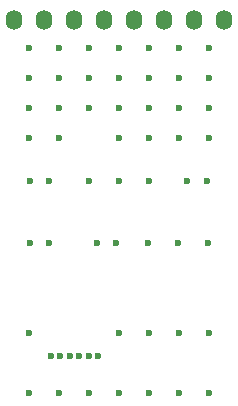
<source format=gbr>
%TF.GenerationSoftware,KiCad,Pcbnew,(6.0.6)*%
%TF.CreationDate,2022-07-10T18:13:28+02:00*%
%TF.ProjectId,epd,6570642e-6b69-4636-9164-5f7063625858,rev?*%
%TF.SameCoordinates,Original*%
%TF.FileFunction,Soldermask,Top*%
%TF.FilePolarity,Negative*%
%FSLAX46Y46*%
G04 Gerber Fmt 4.6, Leading zero omitted, Abs format (unit mm)*
G04 Created by KiCad (PCBNEW (6.0.6)) date 2022-07-10 18:13:28*
%MOMM*%
%LPD*%
G01*
G04 APERTURE LIST*
%ADD10O,1.400000X1.700000*%
%ADD11C,0.600000*%
G04 APERTURE END LIST*
D10*
%TO.C,J2*%
X148860000Y-70300000D03*
X151400000Y-70300000D03*
X153940000Y-70300000D03*
X156480000Y-70300000D03*
X159020000Y-70300000D03*
X161560000Y-70300000D03*
X164100000Y-70300000D03*
X166640000Y-70300000D03*
%TD*%
D11*
X162830000Y-77780000D03*
X162830000Y-75240000D03*
X165370000Y-77780000D03*
X150130000Y-72700000D03*
X165370000Y-72700000D03*
X162737800Y-89200000D03*
X160290000Y-80320000D03*
X162830000Y-101900000D03*
X157750000Y-75240000D03*
X152670000Y-101900000D03*
X150190200Y-89204800D03*
X160223200Y-89204800D03*
X162830000Y-80320000D03*
X152670000Y-80320000D03*
X155210000Y-75240000D03*
X165370000Y-96820000D03*
X165227000Y-83950000D03*
X165370000Y-75240000D03*
X152670000Y-77780000D03*
X160290000Y-83950000D03*
X160290000Y-101900000D03*
X157750000Y-77780000D03*
X152670000Y-72700000D03*
X155879800Y-89204800D03*
X155210000Y-77780000D03*
X157750000Y-83950000D03*
X162830000Y-72700000D03*
X163525200Y-83947000D03*
X155210000Y-72700000D03*
X150190200Y-83950000D03*
X157750000Y-101900000D03*
X155210000Y-83950000D03*
X165370000Y-80320000D03*
X150130000Y-75240000D03*
X157505400Y-89204800D03*
X150130000Y-80320000D03*
X155210000Y-101900000D03*
X150130000Y-96820000D03*
X162830000Y-96820000D03*
X165303200Y-89200000D03*
X160290000Y-75240000D03*
X151790400Y-89204800D03*
X157750000Y-96820000D03*
X152670000Y-75240000D03*
X150130000Y-101900000D03*
X160290000Y-96820000D03*
X151790400Y-83947000D03*
X165370000Y-101900000D03*
X157750000Y-72700000D03*
X150130000Y-77780000D03*
X160290000Y-72700000D03*
X160290000Y-77780000D03*
X157750000Y-80320000D03*
X152000000Y-98825000D03*
X152800000Y-98825000D03*
X153600000Y-98825000D03*
X154400000Y-98825000D03*
X155200000Y-98825000D03*
X156000000Y-98825000D03*
M02*

</source>
